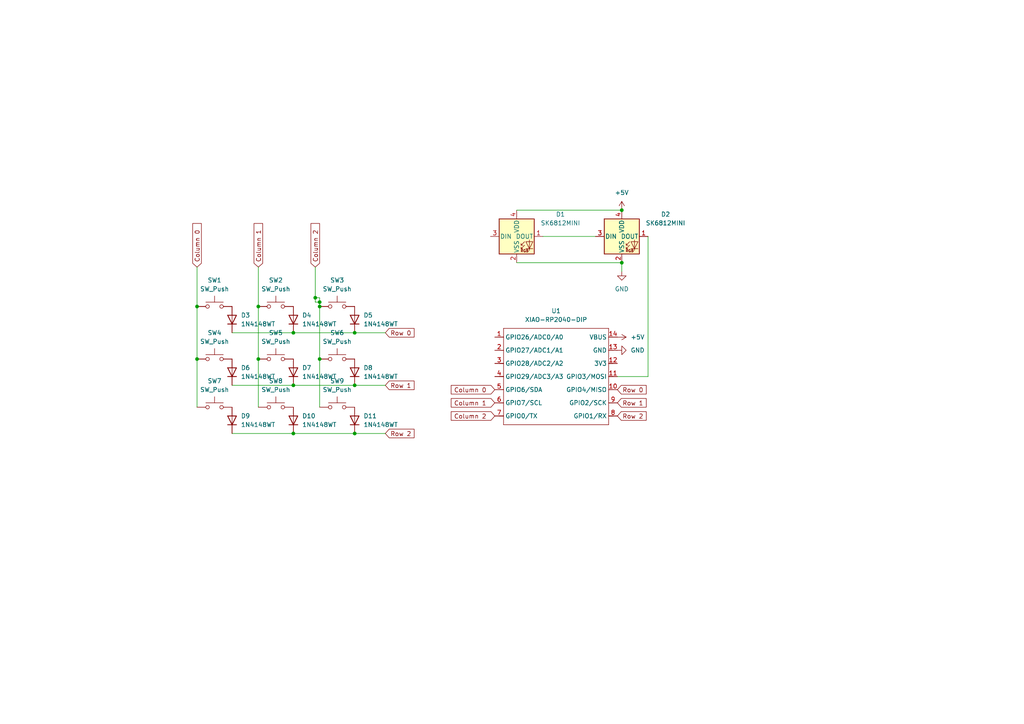
<source format=kicad_sch>
(kicad_sch
	(version 20250114)
	(generator "eeschema")
	(generator_version "9.0")
	(uuid "0bbcead3-d62f-496b-abac-cd2242d855fd")
	(paper "A4")
	(lib_symbols
		(symbol "Diode:1N4148WT"
			(pin_numbers
				(hide yes)
			)
			(pin_names
				(hide yes)
			)
			(exclude_from_sim no)
			(in_bom yes)
			(on_board yes)
			(property "Reference" "D"
				(at 0 2.54 0)
				(effects
					(font
						(size 1.27 1.27)
					)
				)
			)
			(property "Value" "1N4148WT"
				(at 0 -2.54 0)
				(effects
					(font
						(size 1.27 1.27)
					)
				)
			)
			(property "Footprint" "Diode_SMD:D_SOD-523"
				(at 0 -4.445 0)
				(effects
					(font
						(size 1.27 1.27)
					)
					(hide yes)
				)
			)
			(property "Datasheet" "https://www.diodes.com/assets/Datasheets/ds30396.pdf"
				(at 0 0 0)
				(effects
					(font
						(size 1.27 1.27)
					)
					(hide yes)
				)
			)
			(property "Description" "75V 0.15A Fast switching Diode, SOD-523"
				(at 0 0 0)
				(effects
					(font
						(size 1.27 1.27)
					)
					(hide yes)
				)
			)
			(property "Sim.Device" "D"
				(at 0 0 0)
				(effects
					(font
						(size 1.27 1.27)
					)
					(hide yes)
				)
			)
			(property "Sim.Pins" "1=K 2=A"
				(at 0 0 0)
				(effects
					(font
						(size 1.27 1.27)
					)
					(hide yes)
				)
			)
			(property "ki_keywords" "diode"
				(at 0 0 0)
				(effects
					(font
						(size 1.27 1.27)
					)
					(hide yes)
				)
			)
			(property "ki_fp_filters" "D*SOD?523*"
				(at 0 0 0)
				(effects
					(font
						(size 1.27 1.27)
					)
					(hide yes)
				)
			)
			(symbol "1N4148WT_0_1"
				(polyline
					(pts
						(xy -1.27 1.27) (xy -1.27 -1.27)
					)
					(stroke
						(width 0.254)
						(type default)
					)
					(fill
						(type none)
					)
				)
				(polyline
					(pts
						(xy 1.27 1.27) (xy 1.27 -1.27) (xy -1.27 0) (xy 1.27 1.27)
					)
					(stroke
						(width 0.254)
						(type default)
					)
					(fill
						(type none)
					)
				)
				(polyline
					(pts
						(xy 1.27 0) (xy -1.27 0)
					)
					(stroke
						(width 0)
						(type default)
					)
					(fill
						(type none)
					)
				)
			)
			(symbol "1N4148WT_1_1"
				(pin passive line
					(at -3.81 0 0)
					(length 2.54)
					(name "K"
						(effects
							(font
								(size 1.27 1.27)
							)
						)
					)
					(number "1"
						(effects
							(font
								(size 1.27 1.27)
							)
						)
					)
				)
				(pin passive line
					(at 3.81 0 180)
					(length 2.54)
					(name "A"
						(effects
							(font
								(size 1.27 1.27)
							)
						)
					)
					(number "2"
						(effects
							(font
								(size 1.27 1.27)
							)
						)
					)
				)
			)
			(embedded_fonts no)
		)
		(symbol "LED:SK6812MINI"
			(pin_names
				(offset 0.254)
			)
			(exclude_from_sim no)
			(in_bom yes)
			(on_board yes)
			(property "Reference" "D"
				(at 5.08 5.715 0)
				(effects
					(font
						(size 1.27 1.27)
					)
					(justify right bottom)
				)
			)
			(property "Value" "SK6812MINI"
				(at 1.27 -5.715 0)
				(effects
					(font
						(size 1.27 1.27)
					)
					(justify left top)
				)
			)
			(property "Footprint" "LED_SMD:LED_SK6812MINI_PLCC4_3.5x3.5mm_P1.75mm"
				(at 1.27 -7.62 0)
				(effects
					(font
						(size 1.27 1.27)
					)
					(justify left top)
					(hide yes)
				)
			)
			(property "Datasheet" "https://cdn-shop.adafruit.com/product-files/2686/SK6812MINI_REV.01-1-2.pdf"
				(at 2.54 -9.525 0)
				(effects
					(font
						(size 1.27 1.27)
					)
					(justify left top)
					(hide yes)
				)
			)
			(property "Description" "RGB LED with integrated controller"
				(at 0 0 0)
				(effects
					(font
						(size 1.27 1.27)
					)
					(hide yes)
				)
			)
			(property "ki_keywords" "RGB LED NeoPixel Mini addressable"
				(at 0 0 0)
				(effects
					(font
						(size 1.27 1.27)
					)
					(hide yes)
				)
			)
			(property "ki_fp_filters" "LED*SK6812MINI*PLCC*3.5x3.5mm*P1.75mm*"
				(at 0 0 0)
				(effects
					(font
						(size 1.27 1.27)
					)
					(hide yes)
				)
			)
			(symbol "SK6812MINI_0_0"
				(text "RGB"
					(at 2.286 -4.191 0)
					(effects
						(font
							(size 0.762 0.762)
						)
					)
				)
			)
			(symbol "SK6812MINI_0_1"
				(polyline
					(pts
						(xy 1.27 -2.54) (xy 1.778 -2.54)
					)
					(stroke
						(width 0)
						(type default)
					)
					(fill
						(type none)
					)
				)
				(polyline
					(pts
						(xy 1.27 -3.556) (xy 1.778 -3.556)
					)
					(stroke
						(width 0)
						(type default)
					)
					(fill
						(type none)
					)
				)
				(polyline
					(pts
						(xy 2.286 -1.524) (xy 1.27 -2.54) (xy 1.27 -2.032)
					)
					(stroke
						(width 0)
						(type default)
					)
					(fill
						(type none)
					)
				)
				(polyline
					(pts
						(xy 2.286 -2.54) (xy 1.27 -3.556) (xy 1.27 -3.048)
					)
					(stroke
						(width 0)
						(type default)
					)
					(fill
						(type none)
					)
				)
				(polyline
					(pts
						(xy 3.683 -1.016) (xy 3.683 -3.556) (xy 3.683 -4.064)
					)
					(stroke
						(width 0)
						(type default)
					)
					(fill
						(type none)
					)
				)
				(polyline
					(pts
						(xy 4.699 -1.524) (xy 2.667 -1.524) (xy 3.683 -3.556) (xy 4.699 -1.524)
					)
					(stroke
						(width 0)
						(type default)
					)
					(fill
						(type none)
					)
				)
				(polyline
					(pts
						(xy 4.699 -3.556) (xy 2.667 -3.556)
					)
					(stroke
						(width 0)
						(type default)
					)
					(fill
						(type none)
					)
				)
				(rectangle
					(start 5.08 5.08)
					(end -5.08 -5.08)
					(stroke
						(width 0.254)
						(type default)
					)
					(fill
						(type background)
					)
				)
			)
			(symbol "SK6812MINI_1_1"
				(pin input line
					(at -7.62 0 0)
					(length 2.54)
					(name "DIN"
						(effects
							(font
								(size 1.27 1.27)
							)
						)
					)
					(number "3"
						(effects
							(font
								(size 1.27 1.27)
							)
						)
					)
				)
				(pin power_in line
					(at 0 7.62 270)
					(length 2.54)
					(name "VDD"
						(effects
							(font
								(size 1.27 1.27)
							)
						)
					)
					(number "4"
						(effects
							(font
								(size 1.27 1.27)
							)
						)
					)
				)
				(pin power_in line
					(at 0 -7.62 90)
					(length 2.54)
					(name "VSS"
						(effects
							(font
								(size 1.27 1.27)
							)
						)
					)
					(number "2"
						(effects
							(font
								(size 1.27 1.27)
							)
						)
					)
				)
				(pin output line
					(at 7.62 0 180)
					(length 2.54)
					(name "DOUT"
						(effects
							(font
								(size 1.27 1.27)
							)
						)
					)
					(number "1"
						(effects
							(font
								(size 1.27 1.27)
							)
						)
					)
				)
			)
			(embedded_fonts no)
		)
		(symbol "Seeed_Studio_XIAO_Series:XIAO-RP2040-DIP"
			(exclude_from_sim no)
			(in_bom yes)
			(on_board yes)
			(property "Reference" "U"
				(at 0 0 0)
				(effects
					(font
						(size 1.27 1.27)
					)
				)
			)
			(property "Value" "XIAO-RP2040-DIP"
				(at 5.334 -1.778 0)
				(effects
					(font
						(size 1.27 1.27)
					)
				)
			)
			(property "Footprint" "Module:MOUDLE14P-XIAO-DIP-SMD"
				(at 14.478 -32.258 0)
				(effects
					(font
						(size 1.27 1.27)
					)
					(hide yes)
				)
			)
			(property "Datasheet" ""
				(at 0 0 0)
				(effects
					(font
						(size 1.27 1.27)
					)
					(hide yes)
				)
			)
			(property "Description" ""
				(at 0 0 0)
				(effects
					(font
						(size 1.27 1.27)
					)
					(hide yes)
				)
			)
			(symbol "XIAO-RP2040-DIP_1_0"
				(polyline
					(pts
						(xy -1.27 -2.54) (xy 29.21 -2.54)
					)
					(stroke
						(width 0.1524)
						(type solid)
					)
					(fill
						(type none)
					)
				)
				(polyline
					(pts
						(xy -1.27 -5.08) (xy -2.54 -5.08)
					)
					(stroke
						(width 0.1524)
						(type solid)
					)
					(fill
						(type none)
					)
				)
				(polyline
					(pts
						(xy -1.27 -5.08) (xy -1.27 -2.54)
					)
					(stroke
						(width 0.1524)
						(type solid)
					)
					(fill
						(type none)
					)
				)
				(polyline
					(pts
						(xy -1.27 -8.89) (xy -2.54 -8.89)
					)
					(stroke
						(width 0.1524)
						(type solid)
					)
					(fill
						(type none)
					)
				)
				(polyline
					(pts
						(xy -1.27 -8.89) (xy -1.27 -5.08)
					)
					(stroke
						(width 0.1524)
						(type solid)
					)
					(fill
						(type none)
					)
				)
				(polyline
					(pts
						(xy -1.27 -12.7) (xy -2.54 -12.7)
					)
					(stroke
						(width 0.1524)
						(type solid)
					)
					(fill
						(type none)
					)
				)
				(polyline
					(pts
						(xy -1.27 -12.7) (xy -1.27 -8.89)
					)
					(stroke
						(width 0.1524)
						(type solid)
					)
					(fill
						(type none)
					)
				)
				(polyline
					(pts
						(xy -1.27 -16.51) (xy -2.54 -16.51)
					)
					(stroke
						(width 0.1524)
						(type solid)
					)
					(fill
						(type none)
					)
				)
				(polyline
					(pts
						(xy -1.27 -16.51) (xy -1.27 -12.7)
					)
					(stroke
						(width 0.1524)
						(type solid)
					)
					(fill
						(type none)
					)
				)
				(polyline
					(pts
						(xy -1.27 -20.32) (xy -2.54 -20.32)
					)
					(stroke
						(width 0.1524)
						(type solid)
					)
					(fill
						(type none)
					)
				)
				(polyline
					(pts
						(xy -1.27 -24.13) (xy -2.54 -24.13)
					)
					(stroke
						(width 0.1524)
						(type solid)
					)
					(fill
						(type none)
					)
				)
				(polyline
					(pts
						(xy -1.27 -27.94) (xy -2.54 -27.94)
					)
					(stroke
						(width 0.1524)
						(type solid)
					)
					(fill
						(type none)
					)
				)
				(polyline
					(pts
						(xy -1.27 -30.48) (xy -1.27 -16.51)
					)
					(stroke
						(width 0.1524)
						(type solid)
					)
					(fill
						(type none)
					)
				)
				(polyline
					(pts
						(xy 29.21 -2.54) (xy 29.21 -5.08)
					)
					(stroke
						(width 0.1524)
						(type solid)
					)
					(fill
						(type none)
					)
				)
				(polyline
					(pts
						(xy 29.21 -5.08) (xy 29.21 -8.89)
					)
					(stroke
						(width 0.1524)
						(type solid)
					)
					(fill
						(type none)
					)
				)
				(polyline
					(pts
						(xy 29.21 -8.89) (xy 29.21 -12.7)
					)
					(stroke
						(width 0.1524)
						(type solid)
					)
					(fill
						(type none)
					)
				)
				(polyline
					(pts
						(xy 29.21 -12.7) (xy 29.21 -30.48)
					)
					(stroke
						(width 0.1524)
						(type solid)
					)
					(fill
						(type none)
					)
				)
				(polyline
					(pts
						(xy 29.21 -30.48) (xy -1.27 -30.48)
					)
					(stroke
						(width 0.1524)
						(type solid)
					)
					(fill
						(type none)
					)
				)
				(polyline
					(pts
						(xy 30.48 -5.08) (xy 29.21 -5.08)
					)
					(stroke
						(width 0.1524)
						(type solid)
					)
					(fill
						(type none)
					)
				)
				(polyline
					(pts
						(xy 30.48 -8.89) (xy 29.21 -8.89)
					)
					(stroke
						(width 0.1524)
						(type solid)
					)
					(fill
						(type none)
					)
				)
				(polyline
					(pts
						(xy 30.48 -12.7) (xy 29.21 -12.7)
					)
					(stroke
						(width 0.1524)
						(type solid)
					)
					(fill
						(type none)
					)
				)
				(polyline
					(pts
						(xy 30.48 -16.51) (xy 29.21 -16.51)
					)
					(stroke
						(width 0.1524)
						(type solid)
					)
					(fill
						(type none)
					)
				)
				(polyline
					(pts
						(xy 30.48 -20.32) (xy 29.21 -20.32)
					)
					(stroke
						(width 0.1524)
						(type solid)
					)
					(fill
						(type none)
					)
				)
				(polyline
					(pts
						(xy 30.48 -24.13) (xy 29.21 -24.13)
					)
					(stroke
						(width 0.1524)
						(type solid)
					)
					(fill
						(type none)
					)
				)
				(polyline
					(pts
						(xy 30.48 -27.94) (xy 29.21 -27.94)
					)
					(stroke
						(width 0.1524)
						(type solid)
					)
					(fill
						(type none)
					)
				)
				(pin passive line
					(at -3.81 -5.08 0)
					(length 2.54)
					(name "GPIO26/ADC0/A0"
						(effects
							(font
								(size 1.27 1.27)
							)
						)
					)
					(number "1"
						(effects
							(font
								(size 1.27 1.27)
							)
						)
					)
				)
				(pin passive line
					(at -3.81 -8.89 0)
					(length 2.54)
					(name "GPIO27/ADC1/A1"
						(effects
							(font
								(size 1.27 1.27)
							)
						)
					)
					(number "2"
						(effects
							(font
								(size 1.27 1.27)
							)
						)
					)
				)
				(pin passive line
					(at -3.81 -12.7 0)
					(length 2.54)
					(name "GPIO28/ADC2/A2"
						(effects
							(font
								(size 1.27 1.27)
							)
						)
					)
					(number "3"
						(effects
							(font
								(size 1.27 1.27)
							)
						)
					)
				)
				(pin passive line
					(at -3.81 -16.51 0)
					(length 2.54)
					(name "GPIO29/ADC3/A3"
						(effects
							(font
								(size 1.27 1.27)
							)
						)
					)
					(number "4"
						(effects
							(font
								(size 1.27 1.27)
							)
						)
					)
				)
				(pin passive line
					(at -3.81 -20.32 0)
					(length 2.54)
					(name "GPIO6/SDA"
						(effects
							(font
								(size 1.27 1.27)
							)
						)
					)
					(number "5"
						(effects
							(font
								(size 1.27 1.27)
							)
						)
					)
				)
				(pin passive line
					(at -3.81 -24.13 0)
					(length 2.54)
					(name "GPIO7/SCL"
						(effects
							(font
								(size 1.27 1.27)
							)
						)
					)
					(number "6"
						(effects
							(font
								(size 1.27 1.27)
							)
						)
					)
				)
				(pin passive line
					(at -3.81 -27.94 0)
					(length 2.54)
					(name "GPIO0/TX"
						(effects
							(font
								(size 1.27 1.27)
							)
						)
					)
					(number "7"
						(effects
							(font
								(size 1.27 1.27)
							)
						)
					)
				)
				(pin passive line
					(at 31.75 -5.08 180)
					(length 2.54)
					(name "VBUS"
						(effects
							(font
								(size 1.27 1.27)
							)
						)
					)
					(number "14"
						(effects
							(font
								(size 1.27 1.27)
							)
						)
					)
				)
				(pin passive line
					(at 31.75 -8.89 180)
					(length 2.54)
					(name "GND"
						(effects
							(font
								(size 1.27 1.27)
							)
						)
					)
					(number "13"
						(effects
							(font
								(size 1.27 1.27)
							)
						)
					)
				)
				(pin passive line
					(at 31.75 -12.7 180)
					(length 2.54)
					(name "3V3"
						(effects
							(font
								(size 1.27 1.27)
							)
						)
					)
					(number "12"
						(effects
							(font
								(size 1.27 1.27)
							)
						)
					)
				)
				(pin passive line
					(at 31.75 -16.51 180)
					(length 2.54)
					(name "GPIO3/MOSI"
						(effects
							(font
								(size 1.27 1.27)
							)
						)
					)
					(number "11"
						(effects
							(font
								(size 1.27 1.27)
							)
						)
					)
				)
				(pin passive line
					(at 31.75 -20.32 180)
					(length 2.54)
					(name "GPIO4/MISO"
						(effects
							(font
								(size 1.27 1.27)
							)
						)
					)
					(number "10"
						(effects
							(font
								(size 1.27 1.27)
							)
						)
					)
				)
				(pin passive line
					(at 31.75 -24.13 180)
					(length 2.54)
					(name "GPIO2/SCK"
						(effects
							(font
								(size 1.27 1.27)
							)
						)
					)
					(number "9"
						(effects
							(font
								(size 1.27 1.27)
							)
						)
					)
				)
				(pin passive line
					(at 31.75 -27.94 180)
					(length 2.54)
					(name "GPIO1/RX"
						(effects
							(font
								(size 1.27 1.27)
							)
						)
					)
					(number "8"
						(effects
							(font
								(size 1.27 1.27)
							)
						)
					)
				)
			)
			(embedded_fonts no)
		)
		(symbol "Switch:SW_Push"
			(pin_numbers
				(hide yes)
			)
			(pin_names
				(offset 1.016)
				(hide yes)
			)
			(exclude_from_sim no)
			(in_bom yes)
			(on_board yes)
			(property "Reference" "SW"
				(at 1.27 2.54 0)
				(effects
					(font
						(size 1.27 1.27)
					)
					(justify left)
				)
			)
			(property "Value" "SW_Push"
				(at 0 -1.524 0)
				(effects
					(font
						(size 1.27 1.27)
					)
				)
			)
			(property "Footprint" ""
				(at 0 5.08 0)
				(effects
					(font
						(size 1.27 1.27)
					)
					(hide yes)
				)
			)
			(property "Datasheet" "~"
				(at 0 5.08 0)
				(effects
					(font
						(size 1.27 1.27)
					)
					(hide yes)
				)
			)
			(property "Description" "Push button switch, generic, two pins"
				(at 0 0 0)
				(effects
					(font
						(size 1.27 1.27)
					)
					(hide yes)
				)
			)
			(property "ki_keywords" "switch normally-open pushbutton push-button"
				(at 0 0 0)
				(effects
					(font
						(size 1.27 1.27)
					)
					(hide yes)
				)
			)
			(symbol "SW_Push_0_1"
				(circle
					(center -2.032 0)
					(radius 0.508)
					(stroke
						(width 0)
						(type default)
					)
					(fill
						(type none)
					)
				)
				(polyline
					(pts
						(xy 0 1.27) (xy 0 3.048)
					)
					(stroke
						(width 0)
						(type default)
					)
					(fill
						(type none)
					)
				)
				(circle
					(center 2.032 0)
					(radius 0.508)
					(stroke
						(width 0)
						(type default)
					)
					(fill
						(type none)
					)
				)
				(polyline
					(pts
						(xy 2.54 1.27) (xy -2.54 1.27)
					)
					(stroke
						(width 0)
						(type default)
					)
					(fill
						(type none)
					)
				)
				(pin passive line
					(at -5.08 0 0)
					(length 2.54)
					(name "1"
						(effects
							(font
								(size 1.27 1.27)
							)
						)
					)
					(number "1"
						(effects
							(font
								(size 1.27 1.27)
							)
						)
					)
				)
				(pin passive line
					(at 5.08 0 180)
					(length 2.54)
					(name "2"
						(effects
							(font
								(size 1.27 1.27)
							)
						)
					)
					(number "2"
						(effects
							(font
								(size 1.27 1.27)
							)
						)
					)
				)
			)
			(embedded_fonts no)
		)
		(symbol "power:+5V"
			(power)
			(pin_numbers
				(hide yes)
			)
			(pin_names
				(offset 0)
				(hide yes)
			)
			(exclude_from_sim no)
			(in_bom yes)
			(on_board yes)
			(property "Reference" "#PWR"
				(at 0 -3.81 0)
				(effects
					(font
						(size 1.27 1.27)
					)
					(hide yes)
				)
			)
			(property "Value" "+5V"
				(at 0 3.556 0)
				(effects
					(font
						(size 1.27 1.27)
					)
				)
			)
			(property "Footprint" ""
				(at 0 0 0)
				(effects
					(font
						(size 1.27 1.27)
					)
					(hide yes)
				)
			)
			(property "Datasheet" ""
				(at 0 0 0)
				(effects
					(font
						(size 1.27 1.27)
					)
					(hide yes)
				)
			)
			(property "Description" "Power symbol creates a global label with name \"+5V\""
				(at 0 0 0)
				(effects
					(font
						(size 1.27 1.27)
					)
					(hide yes)
				)
			)
			(property "ki_keywords" "global power"
				(at 0 0 0)
				(effects
					(font
						(size 1.27 1.27)
					)
					(hide yes)
				)
			)
			(symbol "+5V_0_1"
				(polyline
					(pts
						(xy -0.762 1.27) (xy 0 2.54)
					)
					(stroke
						(width 0)
						(type default)
					)
					(fill
						(type none)
					)
				)
				(polyline
					(pts
						(xy 0 2.54) (xy 0.762 1.27)
					)
					(stroke
						(width 0)
						(type default)
					)
					(fill
						(type none)
					)
				)
				(polyline
					(pts
						(xy 0 0) (xy 0 2.54)
					)
					(stroke
						(width 0)
						(type default)
					)
					(fill
						(type none)
					)
				)
			)
			(symbol "+5V_1_1"
				(pin power_in line
					(at 0 0 90)
					(length 0)
					(name "~"
						(effects
							(font
								(size 1.27 1.27)
							)
						)
					)
					(number "1"
						(effects
							(font
								(size 1.27 1.27)
							)
						)
					)
				)
			)
			(embedded_fonts no)
		)
		(symbol "power:GND"
			(power)
			(pin_numbers
				(hide yes)
			)
			(pin_names
				(offset 0)
				(hide yes)
			)
			(exclude_from_sim no)
			(in_bom yes)
			(on_board yes)
			(property "Reference" "#PWR"
				(at 0 -6.35 0)
				(effects
					(font
						(size 1.27 1.27)
					)
					(hide yes)
				)
			)
			(property "Value" "GND"
				(at 0 -3.81 0)
				(effects
					(font
						(size 1.27 1.27)
					)
				)
			)
			(property "Footprint" ""
				(at 0 0 0)
				(effects
					(font
						(size 1.27 1.27)
					)
					(hide yes)
				)
			)
			(property "Datasheet" ""
				(at 0 0 0)
				(effects
					(font
						(size 1.27 1.27)
					)
					(hide yes)
				)
			)
			(property "Description" "Power symbol creates a global label with name \"GND\" , ground"
				(at 0 0 0)
				(effects
					(font
						(size 1.27 1.27)
					)
					(hide yes)
				)
			)
			(property "ki_keywords" "global power"
				(at 0 0 0)
				(effects
					(font
						(size 1.27 1.27)
					)
					(hide yes)
				)
			)
			(symbol "GND_0_1"
				(polyline
					(pts
						(xy 0 0) (xy 0 -1.27) (xy 1.27 -1.27) (xy 0 -2.54) (xy -1.27 -1.27) (xy 0 -1.27)
					)
					(stroke
						(width 0)
						(type default)
					)
					(fill
						(type none)
					)
				)
			)
			(symbol "GND_1_1"
				(pin power_in line
					(at 0 0 270)
					(length 0)
					(name "~"
						(effects
							(font
								(size 1.27 1.27)
							)
						)
					)
					(number "1"
						(effects
							(font
								(size 1.27 1.27)
							)
						)
					)
				)
			)
			(embedded_fonts no)
		)
	)
	(junction
		(at 102.87 111.76)
		(diameter 0)
		(color 0 0 0 0)
		(uuid "0148b9d1-a4fb-420c-b6d0-5c4efcb9015f")
	)
	(junction
		(at 85.09 111.76)
		(diameter 0)
		(color 0 0 0 0)
		(uuid "25ab24bf-b7a0-4d18-90a6-b7ba64a7c23c")
	)
	(junction
		(at 92.71 104.14)
		(diameter 0)
		(color 0 0 0 0)
		(uuid "4d615754-f580-46c0-8ede-9d06681d255c")
	)
	(junction
		(at 74.93 104.14)
		(diameter 0)
		(color 0 0 0 0)
		(uuid "55743802-db41-4005-81aa-986db5bf3207")
	)
	(junction
		(at 57.15 104.14)
		(diameter 0)
		(color 0 0 0 0)
		(uuid "594fec3f-1461-4649-a1eb-958b3eb09464")
	)
	(junction
		(at 180.34 60.96)
		(diameter 0)
		(color 0 0 0 0)
		(uuid "80837c6b-4eb3-47d6-aced-c31b91880c29")
	)
	(junction
		(at 74.93 88.9)
		(diameter 0)
		(color 0 0 0 0)
		(uuid "8aeba2d6-6699-4e1e-9ff5-1e04a1a48e74")
	)
	(junction
		(at 92.71 88.9)
		(diameter 0)
		(color 0 0 0 0)
		(uuid "9c06e9a4-ec6b-46a7-be4f-741c0d44b6a3")
	)
	(junction
		(at 180.34 76.2)
		(diameter 0)
		(color 0 0 0 0)
		(uuid "9f6245b4-db0f-482c-a2b6-7653a511c1b8")
	)
	(junction
		(at 57.15 88.9)
		(diameter 0)
		(color 0 0 0 0)
		(uuid "af132f4f-9030-4b18-8f4f-12426b115ecf")
	)
	(junction
		(at 102.87 125.73)
		(diameter 0)
		(color 0 0 0 0)
		(uuid "b0f58d73-04b4-414c-b886-e96b890a89ab")
	)
	(junction
		(at 85.09 96.52)
		(diameter 0)
		(color 0 0 0 0)
		(uuid "be612727-dff9-4e12-8169-3aa6c1b34657")
	)
	(junction
		(at 85.09 125.73)
		(diameter 0)
		(color 0 0 0 0)
		(uuid "c02cd719-9df6-41f7-9ce1-7b8c0a8e9176")
	)
	(junction
		(at 102.87 96.52)
		(diameter 0)
		(color 0 0 0 0)
		(uuid "e0f9c2a4-f593-4847-9063-8fb405a9292d")
	)
	(junction
		(at 92.71 87.63)
		(diameter 0)
		(color 0 0 0 0)
		(uuid "f4e66061-5029-4f36-a226-0f933b2035c1")
	)
	(junction
		(at 91.44 86.36)
		(diameter 0)
		(color 0 0 0 0)
		(uuid "f8ed9418-d01d-41f0-8377-3d5ba7d5253c")
	)
	(wire
		(pts
			(xy 57.15 104.14) (xy 57.15 118.11)
		)
		(stroke
			(width 0)
			(type default)
		)
		(uuid "00de69e2-26ad-4363-b87a-ef8867368ea7")
	)
	(wire
		(pts
			(xy 111.76 111.76) (xy 102.87 111.76)
		)
		(stroke
			(width 0)
			(type default)
		)
		(uuid "07798eff-8c07-435d-932b-228456003105")
	)
	(wire
		(pts
			(xy 92.71 104.14) (xy 92.71 118.11)
		)
		(stroke
			(width 0)
			(type default)
		)
		(uuid "262aa420-e030-4931-a9c8-79227029a65a")
	)
	(wire
		(pts
			(xy 74.93 104.14) (xy 74.93 118.11)
		)
		(stroke
			(width 0)
			(type default)
		)
		(uuid "29637df1-ba2b-410c-bfe6-088b0726153c")
	)
	(wire
		(pts
			(xy 67.31 96.52) (xy 85.09 96.52)
		)
		(stroke
			(width 0)
			(type default)
		)
		(uuid "2bde732f-516b-413c-b697-2e789008cc16")
	)
	(wire
		(pts
			(xy 187.96 68.58) (xy 187.96 109.22)
		)
		(stroke
			(width 0)
			(type default)
		)
		(uuid "305ee88d-fe9d-4604-baa9-c6d8c123a8e9")
	)
	(wire
		(pts
			(xy 85.09 125.73) (xy 102.87 125.73)
		)
		(stroke
			(width 0)
			(type default)
		)
		(uuid "3145202c-69fb-4357-9394-bb766487a058")
	)
	(wire
		(pts
			(xy 111.76 125.73) (xy 102.87 125.73)
		)
		(stroke
			(width 0)
			(type default)
		)
		(uuid "35ce8e22-87c3-42e4-9e09-76689782d733")
	)
	(wire
		(pts
			(xy 149.86 60.96) (xy 180.34 60.96)
		)
		(stroke
			(width 0)
			(type default)
		)
		(uuid "3e1b60e4-9777-4748-aaeb-9d0f0b8bb98c")
	)
	(wire
		(pts
			(xy 67.31 111.76) (xy 85.09 111.76)
		)
		(stroke
			(width 0)
			(type default)
		)
		(uuid "4a53db2e-e7bf-4c37-a7d9-4637e7158708")
	)
	(wire
		(pts
			(xy 67.31 125.73) (xy 85.09 125.73)
		)
		(stroke
			(width 0)
			(type default)
		)
		(uuid "577598f4-4328-421b-966e-af0e1fd798fb")
	)
	(wire
		(pts
			(xy 92.71 87.63) (xy 92.71 88.9)
		)
		(stroke
			(width 0)
			(type default)
		)
		(uuid "59efdfe0-807e-4c29-9399-7687164469ce")
	)
	(wire
		(pts
			(xy 111.76 96.52) (xy 102.87 96.52)
		)
		(stroke
			(width 0)
			(type default)
		)
		(uuid "5b8d0d40-3d23-4c76-b689-d1a4426a0639")
	)
	(wire
		(pts
			(xy 74.93 88.9) (xy 74.93 104.14)
		)
		(stroke
			(width 0)
			(type default)
		)
		(uuid "66d7db47-01f2-48d0-a3e9-43eb682fe48d")
	)
	(wire
		(pts
			(xy 85.09 111.76) (xy 102.87 111.76)
		)
		(stroke
			(width 0)
			(type default)
		)
		(uuid "74acd48b-1ded-45d7-948f-90b0944302d6")
	)
	(wire
		(pts
			(xy 57.15 77.47) (xy 57.15 88.9)
		)
		(stroke
			(width 0)
			(type default)
		)
		(uuid "97de22a1-d852-4b11-b8c5-84538863a622")
	)
	(wire
		(pts
			(xy 180.34 78.74) (xy 180.34 76.2)
		)
		(stroke
			(width 0)
			(type default)
		)
		(uuid "99a043f2-31c1-42ff-b092-04c8581b23d3")
	)
	(wire
		(pts
			(xy 92.71 88.9) (xy 92.71 104.14)
		)
		(stroke
			(width 0)
			(type default)
		)
		(uuid "9d0146ef-6244-428a-9cc6-c95e14389fa7")
	)
	(wire
		(pts
			(xy 157.48 68.58) (xy 172.72 68.58)
		)
		(stroke
			(width 0)
			(type default)
		)
		(uuid "a150ad56-33b0-413f-b120-389884f2a512")
	)
	(wire
		(pts
			(xy 91.44 77.47) (xy 91.44 86.36)
		)
		(stroke
			(width 0)
			(type default)
		)
		(uuid "a468a3b8-82f2-4bc8-a8c4-1c6dc06b6c01")
	)
	(wire
		(pts
			(xy 149.86 76.2) (xy 180.34 76.2)
		)
		(stroke
			(width 0)
			(type default)
		)
		(uuid "b01da538-82f9-4b97-a967-ad848f079936")
	)
	(wire
		(pts
			(xy 85.09 96.52) (xy 102.87 96.52)
		)
		(stroke
			(width 0)
			(type default)
		)
		(uuid "b769b224-7c39-4dd6-b1dc-6c55d9d9f714")
	)
	(wire
		(pts
			(xy 91.44 86.36) (xy 92.71 86.36)
		)
		(stroke
			(width 0)
			(type default)
		)
		(uuid "b8f14156-b57d-4a98-8ab6-fc198eac548c")
	)
	(wire
		(pts
			(xy 91.44 87.63) (xy 92.71 87.63)
		)
		(stroke
			(width 0)
			(type default)
		)
		(uuid "bac9c690-2225-4e1c-96fb-3e5e770fb250")
	)
	(wire
		(pts
			(xy 92.71 86.36) (xy 92.71 87.63)
		)
		(stroke
			(width 0)
			(type default)
		)
		(uuid "be5084ed-5fe5-488b-88d4-4cf8b2c021f6")
	)
	(wire
		(pts
			(xy 187.96 109.22) (xy 179.07 109.22)
		)
		(stroke
			(width 0)
			(type default)
		)
		(uuid "c780bf1b-172f-4204-92e7-d6dac2906e1b")
	)
	(wire
		(pts
			(xy 91.44 86.36) (xy 91.44 87.63)
		)
		(stroke
			(width 0)
			(type default)
		)
		(uuid "cb1281f3-5fa0-4645-9890-173a4e8fb8af")
	)
	(wire
		(pts
			(xy 57.15 88.9) (xy 57.15 104.14)
		)
		(stroke
			(width 0)
			(type default)
		)
		(uuid "f91659ad-5a4b-4e61-84b7-539a24a00f9c")
	)
	(wire
		(pts
			(xy 74.93 77.47) (xy 74.93 88.9)
		)
		(stroke
			(width 0)
			(type default)
		)
		(uuid "f9696a98-3ad9-4978-b6a0-14e4aab24705")
	)
	(global_label "Column 2 "
		(shape input)
		(at 143.51 120.65 180)
		(fields_autoplaced yes)
		(effects
			(font
				(size 1.27 1.27)
			)
			(justify right)
		)
		(uuid "08ea923c-8780-450f-b0c4-619b03e33750")
		(property "Intersheetrefs" "${INTERSHEET_REFS}"
			(at 130.3046 120.65 0)
			(effects
				(font
					(size 1.27 1.27)
				)
				(justify right)
				(hide yes)
			)
		)
	)
	(global_label "Row 2"
		(shape input)
		(at 179.07 120.65 0)
		(fields_autoplaced yes)
		(effects
			(font
				(size 1.27 1.27)
			)
			(justify left)
		)
		(uuid "1d0a5321-3930-4d49-af64-ad03d93cc63c")
		(property "Intersheetrefs" "${INTERSHEET_REFS}"
			(at 187.9818 120.65 0)
			(effects
				(font
					(size 1.27 1.27)
				)
				(justify left)
				(hide yes)
			)
		)
	)
	(global_label "Row 2"
		(shape input)
		(at 111.76 125.73 0)
		(fields_autoplaced yes)
		(effects
			(font
				(size 1.27 1.27)
			)
			(justify left)
		)
		(uuid "324baea8-3714-44eb-842d-a31077c6b689")
		(property "Intersheetrefs" "${INTERSHEET_REFS}"
			(at 120.6718 125.73 0)
			(effects
				(font
					(size 1.27 1.27)
				)
				(justify left)
				(hide yes)
			)
		)
	)
	(global_label "Column 1 "
		(shape input)
		(at 74.93 77.47 90)
		(fields_autoplaced yes)
		(effects
			(font
				(size 1.27 1.27)
			)
			(justify left)
		)
		(uuid "551feee1-2890-4e9e-b591-b554a354c7b9")
		(property "Intersheetrefs" "${INTERSHEET_REFS}"
			(at 74.93 64.2646 90)
			(effects
				(font
					(size 1.27 1.27)
				)
				(justify left)
				(hide yes)
			)
		)
	)
	(global_label "Row 1"
		(shape input)
		(at 179.07 116.84 0)
		(fields_autoplaced yes)
		(effects
			(font
				(size 1.27 1.27)
			)
			(justify left)
		)
		(uuid "56c9bc31-8a15-4b5c-b45f-7499b3568ad6")
		(property "Intersheetrefs" "${INTERSHEET_REFS}"
			(at 187.9818 116.84 0)
			(effects
				(font
					(size 1.27 1.27)
				)
				(justify left)
				(hide yes)
			)
		)
	)
	(global_label "Row 0"
		(shape input)
		(at 111.76 96.52 0)
		(fields_autoplaced yes)
		(effects
			(font
				(size 1.27 1.27)
			)
			(justify left)
		)
		(uuid "5fef8e47-76b2-43f4-bab8-984603883261")
		(property "Intersheetrefs" "${INTERSHEET_REFS}"
			(at 120.6718 96.52 0)
			(effects
				(font
					(size 1.27 1.27)
				)
				(justify left)
				(hide yes)
			)
		)
	)
	(global_label "Row 0"
		(shape input)
		(at 179.07 113.03 0)
		(fields_autoplaced yes)
		(effects
			(font
				(size 1.27 1.27)
			)
			(justify left)
		)
		(uuid "63a46b27-fa09-4546-a4d9-9f7fe3651af0")
		(property "Intersheetrefs" "${INTERSHEET_REFS}"
			(at 187.9818 113.03 0)
			(effects
				(font
					(size 1.27 1.27)
				)
				(justify left)
				(hide yes)
			)
		)
	)
	(global_label "Column 1 "
		(shape input)
		(at 143.51 116.84 180)
		(fields_autoplaced yes)
		(effects
			(font
				(size 1.27 1.27)
			)
			(justify right)
		)
		(uuid "7ed31ccb-0371-4995-b16d-d0d519ac0672")
		(property "Intersheetrefs" "${INTERSHEET_REFS}"
			(at 130.3046 116.84 0)
			(effects
				(font
					(size 1.27 1.27)
				)
				(justify right)
				(hide yes)
			)
		)
	)
	(global_label "Row 1"
		(shape input)
		(at 111.76 111.76 0)
		(fields_autoplaced yes)
		(effects
			(font
				(size 1.27 1.27)
			)
			(justify left)
		)
		(uuid "90c9768c-0dc3-4b1e-9d0b-42ae4645cb8c")
		(property "Intersheetrefs" "${INTERSHEET_REFS}"
			(at 120.6718 111.76 0)
			(effects
				(font
					(size 1.27 1.27)
				)
				(justify left)
				(hide yes)
			)
		)
	)
	(global_label "Column 2 "
		(shape input)
		(at 91.44 77.47 90)
		(fields_autoplaced yes)
		(effects
			(font
				(size 1.27 1.27)
			)
			(justify left)
		)
		(uuid "9c4130ae-a397-4cf6-8560-32de76900944")
		(property "Intersheetrefs" "${INTERSHEET_REFS}"
			(at 91.44 64.2646 90)
			(effects
				(font
					(size 1.27 1.27)
				)
				(justify left)
				(hide yes)
			)
		)
	)
	(global_label "Column 0 "
		(shape input)
		(at 143.51 113.03 180)
		(fields_autoplaced yes)
		(effects
			(font
				(size 1.27 1.27)
			)
			(justify right)
		)
		(uuid "b0f61cfc-83d4-4aca-a467-c36aabf61cfc")
		(property "Intersheetrefs" "${INTERSHEET_REFS}"
			(at 130.3046 113.03 0)
			(effects
				(font
					(size 1.27 1.27)
				)
				(justify right)
				(hide yes)
			)
		)
	)
	(global_label "Column 0 "
		(shape input)
		(at 57.15 77.47 90)
		(fields_autoplaced yes)
		(effects
			(font
				(size 1.27 1.27)
			)
			(justify left)
		)
		(uuid "f58de97f-dc78-42ed-a480-43b42bd336de")
		(property "Intersheetrefs" "${INTERSHEET_REFS}"
			(at 57.15 64.2646 90)
			(effects
				(font
					(size 1.27 1.27)
				)
				(justify left)
				(hide yes)
			)
		)
	)
	(symbol
		(lib_id "Switch:SW_Push")
		(at 62.23 104.14 0)
		(unit 1)
		(exclude_from_sim no)
		(in_bom yes)
		(on_board yes)
		(dnp no)
		(fields_autoplaced yes)
		(uuid "05441fb1-9d4f-4d52-9e1d-3784842b660c")
		(property "Reference" "SW4"
			(at 62.23 96.52 0)
			(effects
				(font
					(size 1.27 1.27)
				)
			)
		)
		(property "Value" "SW_Push"
			(at 62.23 99.06 0)
			(effects
				(font
					(size 1.27 1.27)
				)
			)
		)
		(property "Footprint" "Button_Switch_Keyboard:SW_Cherry_MX_1.00u_PCB"
			(at 62.23 99.06 0)
			(effects
				(font
					(size 1.27 1.27)
				)
				(hide yes)
			)
		)
		(property "Datasheet" "~"
			(at 62.23 99.06 0)
			(effects
				(font
					(size 1.27 1.27)
				)
				(hide yes)
			)
		)
		(property "Description" "Push button switch, generic, two pins"
			(at 62.23 104.14 0)
			(effects
				(font
					(size 1.27 1.27)
				)
				(hide yes)
			)
		)
		(pin "2"
			(uuid "46b70b40-e182-4d9b-be9a-519a47e073c8")
		)
		(pin "1"
			(uuid "b6b37c40-4d8f-4940-bc5a-70c43e9084a0")
		)
		(instances
			(project "KeyBoard PCB"
				(path "/0bbcead3-d62f-496b-abac-cd2242d855fd"
					(reference "SW4")
					(unit 1)
				)
			)
		)
	)
	(symbol
		(lib_id "Diode:1N4148WT")
		(at 67.31 107.95 90)
		(unit 1)
		(exclude_from_sim no)
		(in_bom yes)
		(on_board yes)
		(dnp no)
		(fields_autoplaced yes)
		(uuid "0d195afb-49df-4169-8129-afe7fd72945e")
		(property "Reference" "D6"
			(at 69.85 106.6799 90)
			(effects
				(font
					(size 1.27 1.27)
				)
				(justify right)
			)
		)
		(property "Value" "1N4148WT"
			(at 69.85 109.2199 90)
			(effects
				(font
					(size 1.27 1.27)
				)
				(justify right)
			)
		)
		(property "Footprint" "Diode_THT:D_DO-35_SOD27_P7.62mm_Horizontal"
			(at 71.755 107.95 0)
			(effects
				(font
					(size 1.27 1.27)
				)
				(hide yes)
			)
		)
		(property "Datasheet" "https://www.diodes.com/assets/Datasheets/ds30396.pdf"
			(at 67.31 107.95 0)
			(effects
				(font
					(size 1.27 1.27)
				)
				(hide yes)
			)
		)
		(property "Description" "75V 0.15A Fast switching Diode, SOD-523"
			(at 67.31 107.95 0)
			(effects
				(font
					(size 1.27 1.27)
				)
				(hide yes)
			)
		)
		(property "Sim.Device" "D"
			(at 67.31 107.95 0)
			(effects
				(font
					(size 1.27 1.27)
				)
				(hide yes)
			)
		)
		(property "Sim.Pins" "1=K 2=A"
			(at 67.31 107.95 0)
			(effects
				(font
					(size 1.27 1.27)
				)
				(hide yes)
			)
		)
		(pin "2"
			(uuid "b576338e-e487-4f14-894c-1e3e739f8e2a")
		)
		(pin "1"
			(uuid "a9dfee4c-0cc0-4524-9bb9-30ef1c611703")
		)
		(instances
			(project "KeyBoard PCB"
				(path "/0bbcead3-d62f-496b-abac-cd2242d855fd"
					(reference "D6")
					(unit 1)
				)
			)
		)
	)
	(symbol
		(lib_id "Diode:1N4148WT")
		(at 102.87 92.71 90)
		(unit 1)
		(exclude_from_sim no)
		(in_bom yes)
		(on_board yes)
		(dnp no)
		(fields_autoplaced yes)
		(uuid "11a7e588-6cee-472c-ae16-a3b73e0116d6")
		(property "Reference" "D5"
			(at 105.41 91.4399 90)
			(effects
				(font
					(size 1.27 1.27)
				)
				(justify right)
			)
		)
		(property "Value" "1N4148WT"
			(at 105.41 93.9799 90)
			(effects
				(font
					(size 1.27 1.27)
				)
				(justify right)
			)
		)
		(property "Footprint" "Diode_THT:D_DO-35_SOD27_P7.62mm_Horizontal"
			(at 107.315 92.71 0)
			(effects
				(font
					(size 1.27 1.27)
				)
				(hide yes)
			)
		)
		(property "Datasheet" "https://www.diodes.com/assets/Datasheets/ds30396.pdf"
			(at 102.87 92.71 0)
			(effects
				(font
					(size 1.27 1.27)
				)
				(hide yes)
			)
		)
		(property "Description" "75V 0.15A Fast switching Diode, SOD-523"
			(at 102.87 92.71 0)
			(effects
				(font
					(size 1.27 1.27)
				)
				(hide yes)
			)
		)
		(property "Sim.Device" "D"
			(at 102.87 92.71 0)
			(effects
				(font
					(size 1.27 1.27)
				)
				(hide yes)
			)
		)
		(property "Sim.Pins" "1=K 2=A"
			(at 102.87 92.71 0)
			(effects
				(font
					(size 1.27 1.27)
				)
				(hide yes)
			)
		)
		(pin "2"
			(uuid "83369f25-a4d9-4397-81cc-e1cfc4316255")
		)
		(pin "1"
			(uuid "8f33e001-4058-456c-b582-e6f3e2e84238")
		)
		(instances
			(project "KeyBoard PCB"
				(path "/0bbcead3-d62f-496b-abac-cd2242d855fd"
					(reference "D5")
					(unit 1)
				)
			)
		)
	)
	(symbol
		(lib_id "Switch:SW_Push")
		(at 97.79 118.11 0)
		(unit 1)
		(exclude_from_sim no)
		(in_bom yes)
		(on_board yes)
		(dnp no)
		(fields_autoplaced yes)
		(uuid "16eb8c5b-46a6-413a-b42e-1c439f9453d5")
		(property "Reference" "SW9"
			(at 97.79 110.49 0)
			(effects
				(font
					(size 1.27 1.27)
				)
			)
		)
		(property "Value" "SW_Push"
			(at 97.79 113.03 0)
			(effects
				(font
					(size 1.27 1.27)
				)
			)
		)
		(property "Footprint" "Button_Switch_Keyboard:SW_Cherry_MX_1.00u_PCB"
			(at 97.79 113.03 0)
			(effects
				(font
					(size 1.27 1.27)
				)
				(hide yes)
			)
		)
		(property "Datasheet" "~"
			(at 97.79 113.03 0)
			(effects
				(font
					(size 1.27 1.27)
				)
				(hide yes)
			)
		)
		(property "Description" "Push button switch, generic, two pins"
			(at 97.79 118.11 0)
			(effects
				(font
					(size 1.27 1.27)
				)
				(hide yes)
			)
		)
		(pin "2"
			(uuid "c5318fb9-1197-42cb-b9b5-d074fbf27291")
		)
		(pin "1"
			(uuid "a35a7b12-dc50-4689-bab3-07c246c07e85")
		)
		(instances
			(project "KeyBoard PCB"
				(path "/0bbcead3-d62f-496b-abac-cd2242d855fd"
					(reference "SW9")
					(unit 1)
				)
			)
		)
	)
	(symbol
		(lib_id "Diode:1N4148WT")
		(at 67.31 92.71 90)
		(unit 1)
		(exclude_from_sim no)
		(in_bom yes)
		(on_board yes)
		(dnp no)
		(fields_autoplaced yes)
		(uuid "1aae3c22-67ae-45bb-b111-095986b6ed09")
		(property "Reference" "D3"
			(at 69.85 91.4399 90)
			(effects
				(font
					(size 1.27 1.27)
				)
				(justify right)
			)
		)
		(property "Value" "1N4148WT"
			(at 69.85 93.9799 90)
			(effects
				(font
					(size 1.27 1.27)
				)
				(justify right)
			)
		)
		(property "Footprint" "Diode_THT:D_DO-35_SOD27_P7.62mm_Horizontal"
			(at 71.755 92.71 0)
			(effects
				(font
					(size 1.27 1.27)
				)
				(hide yes)
			)
		)
		(property "Datasheet" "https://www.diodes.com/assets/Datasheets/ds30396.pdf"
			(at 67.31 92.71 0)
			(effects
				(font
					(size 1.27 1.27)
				)
				(hide yes)
			)
		)
		(property "Description" "75V 0.15A Fast switching Diode, SOD-523"
			(at 67.31 92.71 0)
			(effects
				(font
					(size 1.27 1.27)
				)
				(hide yes)
			)
		)
		(property "Sim.Device" "D"
			(at 67.31 92.71 0)
			(effects
				(font
					(size 1.27 1.27)
				)
				(hide yes)
			)
		)
		(property "Sim.Pins" "1=K 2=A"
			(at 67.31 92.71 0)
			(effects
				(font
					(size 1.27 1.27)
				)
				(hide yes)
			)
		)
		(pin "2"
			(uuid "5355d2f3-01da-4f97-aec7-11b5876d28cc")
		)
		(pin "1"
			(uuid "e5c35300-eb23-4777-96b4-358e4e5253b3")
		)
		(instances
			(project "KeyBoard PCB"
				(path "/0bbcead3-d62f-496b-abac-cd2242d855fd"
					(reference "D3")
					(unit 1)
				)
			)
		)
	)
	(symbol
		(lib_id "Diode:1N4148WT")
		(at 85.09 92.71 90)
		(unit 1)
		(exclude_from_sim no)
		(in_bom yes)
		(on_board yes)
		(dnp no)
		(fields_autoplaced yes)
		(uuid "1c952ab5-baef-4345-a3d8-7021871f8da6")
		(property "Reference" "D4"
			(at 87.63 91.4399 90)
			(effects
				(font
					(size 1.27 1.27)
				)
				(justify right)
			)
		)
		(property "Value" "1N4148WT"
			(at 87.63 93.9799 90)
			(effects
				(font
					(size 1.27 1.27)
				)
				(justify right)
			)
		)
		(property "Footprint" "Diode_THT:D_DO-35_SOD27_P7.62mm_Horizontal"
			(at 89.535 92.71 0)
			(effects
				(font
					(size 1.27 1.27)
				)
				(hide yes)
			)
		)
		(property "Datasheet" "https://www.diodes.com/assets/Datasheets/ds30396.pdf"
			(at 85.09 92.71 0)
			(effects
				(font
					(size 1.27 1.27)
				)
				(hide yes)
			)
		)
		(property "Description" "75V 0.15A Fast switching Diode, SOD-523"
			(at 85.09 92.71 0)
			(effects
				(font
					(size 1.27 1.27)
				)
				(hide yes)
			)
		)
		(property "Sim.Device" "D"
			(at 85.09 92.71 0)
			(effects
				(font
					(size 1.27 1.27)
				)
				(hide yes)
			)
		)
		(property "Sim.Pins" "1=K 2=A"
			(at 85.09 92.71 0)
			(effects
				(font
					(size 1.27 1.27)
				)
				(hide yes)
			)
		)
		(pin "2"
			(uuid "711abe59-b033-452a-a1c6-8cf976bde789")
		)
		(pin "1"
			(uuid "41ae0dae-2a39-45c2-a773-9d8a5f7ab4ba")
		)
		(instances
			(project "KeyBoard PCB"
				(path "/0bbcead3-d62f-496b-abac-cd2242d855fd"
					(reference "D4")
					(unit 1)
				)
			)
		)
	)
	(symbol
		(lib_id "power:GND")
		(at 180.34 78.74 0)
		(unit 1)
		(exclude_from_sim no)
		(in_bom yes)
		(on_board yes)
		(dnp no)
		(fields_autoplaced yes)
		(uuid "2fb71be7-ee87-48ea-850d-eeefa4a0e71b")
		(property "Reference" "#PWR03"
			(at 180.34 85.09 0)
			(effects
				(font
					(size 1.27 1.27)
				)
				(hide yes)
			)
		)
		(property "Value" "GND"
			(at 180.34 83.82 0)
			(effects
				(font
					(size 1.27 1.27)
				)
			)
		)
		(property "Footprint" ""
			(at 180.34 78.74 0)
			(effects
				(font
					(size 1.27 1.27)
				)
				(hide yes)
			)
		)
		(property "Datasheet" ""
			(at 180.34 78.74 0)
			(effects
				(font
					(size 1.27 1.27)
				)
				(hide yes)
			)
		)
		(property "Description" "Power symbol creates a global label with name \"GND\" , ground"
			(at 180.34 78.74 0)
			(effects
				(font
					(size 1.27 1.27)
				)
				(hide yes)
			)
		)
		(pin "1"
			(uuid "17ca9302-98f9-498a-be25-cf8b4c6f15b1")
		)
		(instances
			(project ""
				(path "/0bbcead3-d62f-496b-abac-cd2242d855fd"
					(reference "#PWR03")
					(unit 1)
				)
			)
		)
	)
	(symbol
		(lib_id "Switch:SW_Push")
		(at 62.23 118.11 0)
		(unit 1)
		(exclude_from_sim no)
		(in_bom yes)
		(on_board yes)
		(dnp no)
		(fields_autoplaced yes)
		(uuid "322b5b93-a995-43c0-a543-a13658b25333")
		(property "Reference" "SW7"
			(at 62.23 110.49 0)
			(effects
				(font
					(size 1.27 1.27)
				)
			)
		)
		(property "Value" "SW_Push"
			(at 62.23 113.03 0)
			(effects
				(font
					(size 1.27 1.27)
				)
			)
		)
		(property "Footprint" "Button_Switch_Keyboard:SW_Cherry_MX_1.00u_PCB"
			(at 62.23 113.03 0)
			(effects
				(font
					(size 1.27 1.27)
				)
				(hide yes)
			)
		)
		(property "Datasheet" "~"
			(at 62.23 113.03 0)
			(effects
				(font
					(size 1.27 1.27)
				)
				(hide yes)
			)
		)
		(property "Description" "Push button switch, generic, two pins"
			(at 62.23 118.11 0)
			(effects
				(font
					(size 1.27 1.27)
				)
				(hide yes)
			)
		)
		(pin "2"
			(uuid "dd9a7df2-ffd3-4078-867b-a2d3d83c045e")
		)
		(pin "1"
			(uuid "bd6ebcd5-5307-4dae-8b6e-7ea9c01b5341")
		)
		(instances
			(project "KeyBoard PCB"
				(path "/0bbcead3-d62f-496b-abac-cd2242d855fd"
					(reference "SW7")
					(unit 1)
				)
			)
		)
	)
	(symbol
		(lib_id "Diode:1N4148WT")
		(at 102.87 121.92 90)
		(unit 1)
		(exclude_from_sim no)
		(in_bom yes)
		(on_board yes)
		(dnp no)
		(fields_autoplaced yes)
		(uuid "3c425c2d-e88a-4bed-92ea-8cd329f1455e")
		(property "Reference" "D11"
			(at 105.41 120.6499 90)
			(effects
				(font
					(size 1.27 1.27)
				)
				(justify right)
			)
		)
		(property "Value" "1N4148WT"
			(at 105.41 123.1899 90)
			(effects
				(font
					(size 1.27 1.27)
				)
				(justify right)
			)
		)
		(property "Footprint" "Diode_THT:D_DO-35_SOD27_P7.62mm_Horizontal"
			(at 107.315 121.92 0)
			(effects
				(font
					(size 1.27 1.27)
				)
				(hide yes)
			)
		)
		(property "Datasheet" "https://www.diodes.com/assets/Datasheets/ds30396.pdf"
			(at 102.87 121.92 0)
			(effects
				(font
					(size 1.27 1.27)
				)
				(hide yes)
			)
		)
		(property "Description" "75V 0.15A Fast switching Diode, SOD-523"
			(at 102.87 121.92 0)
			(effects
				(font
					(size 1.27 1.27)
				)
				(hide yes)
			)
		)
		(property "Sim.Device" "D"
			(at 102.87 121.92 0)
			(effects
				(font
					(size 1.27 1.27)
				)
				(hide yes)
			)
		)
		(property "Sim.Pins" "1=K 2=A"
			(at 102.87 121.92 0)
			(effects
				(font
					(size 1.27 1.27)
				)
				(hide yes)
			)
		)
		(pin "2"
			(uuid "8899fba5-b49f-47cc-a9d8-e22a7d74b3df")
		)
		(pin "1"
			(uuid "56884a6e-c31a-40bc-bed8-7f4a1707e56c")
		)
		(instances
			(project "KeyBoard PCB"
				(path "/0bbcead3-d62f-496b-abac-cd2242d855fd"
					(reference "D11")
					(unit 1)
				)
			)
		)
	)
	(symbol
		(lib_id "Switch:SW_Push")
		(at 97.79 104.14 0)
		(unit 1)
		(exclude_from_sim no)
		(in_bom yes)
		(on_board yes)
		(dnp no)
		(fields_autoplaced yes)
		(uuid "474ee55f-6a8b-4f12-9bbe-f86df55e0b76")
		(property "Reference" "SW6"
			(at 97.79 96.52 0)
			(effects
				(font
					(size 1.27 1.27)
				)
			)
		)
		(property "Value" "SW_Push"
			(at 97.79 99.06 0)
			(effects
				(font
					(size 1.27 1.27)
				)
			)
		)
		(property "Footprint" "Button_Switch_Keyboard:SW_Cherry_MX_1.00u_PCB"
			(at 97.79 99.06 0)
			(effects
				(font
					(size 1.27 1.27)
				)
				(hide yes)
			)
		)
		(property "Datasheet" "~"
			(at 97.79 99.06 0)
			(effects
				(font
					(size 1.27 1.27)
				)
				(hide yes)
			)
		)
		(property "Description" "Push button switch, generic, two pins"
			(at 97.79 104.14 0)
			(effects
				(font
					(size 1.27 1.27)
				)
				(hide yes)
			)
		)
		(pin "2"
			(uuid "e8b9b769-8ae7-4558-9659-67fb917a24d4")
		)
		(pin "1"
			(uuid "652a06b9-9ecf-45ce-b460-8ca75ed9a3b9")
		)
		(instances
			(project "KeyBoard PCB"
				(path "/0bbcead3-d62f-496b-abac-cd2242d855fd"
					(reference "SW6")
					(unit 1)
				)
			)
		)
	)
	(symbol
		(lib_id "LED:SK6812MINI")
		(at 180.34 68.58 0)
		(unit 1)
		(exclude_from_sim no)
		(in_bom yes)
		(on_board yes)
		(dnp no)
		(fields_autoplaced yes)
		(uuid "4dfbc32c-c78b-461e-aac4-4f92587a5b11")
		(property "Reference" "D2"
			(at 193.04 62.1598 0)
			(effects
				(font
					(size 1.27 1.27)
				)
			)
		)
		(property "Value" "SK6812MINI"
			(at 193.04 64.6998 0)
			(effects
				(font
					(size 1.27 1.27)
				)
			)
		)
		(property "Footprint" "LED_SMD:LED_SK6812MINI_PLCC4_3.5x3.5mm_P1.75mm"
			(at 181.61 76.2 0)
			(effects
				(font
					(size 1.27 1.27)
				)
				(justify left top)
				(hide yes)
			)
		)
		(property "Datasheet" "https://cdn-shop.adafruit.com/product-files/2686/SK6812MINI_REV.01-1-2.pdf"
			(at 182.88 78.105 0)
			(effects
				(font
					(size 1.27 1.27)
				)
				(justify left top)
				(hide yes)
			)
		)
		(property "Description" "RGB LED with integrated controller"
			(at 180.34 68.58 0)
			(effects
				(font
					(size 1.27 1.27)
				)
				(hide yes)
			)
		)
		(pin "3"
			(uuid "77776bb8-e5f5-48fa-9f61-0e4268c309b6")
		)
		(pin "4"
			(uuid "e4c2f041-ee81-47a5-a6c3-71c6fabeda70")
		)
		(pin "1"
			(uuid "ec4a55c9-99d1-4186-80a8-e4badbebe5f2")
		)
		(pin "2"
			(uuid "e04638b8-d90e-42ff-bd4e-4def7678ed7d")
		)
		(instances
			(project ""
				(path "/0bbcead3-d62f-496b-abac-cd2242d855fd"
					(reference "D2")
					(unit 1)
				)
			)
		)
	)
	(symbol
		(lib_id "Diode:1N4148WT")
		(at 85.09 121.92 90)
		(unit 1)
		(exclude_from_sim no)
		(in_bom yes)
		(on_board yes)
		(dnp no)
		(fields_autoplaced yes)
		(uuid "562b8c92-3232-4746-91c5-6e94056b0deb")
		(property "Reference" "D10"
			(at 87.63 120.6499 90)
			(effects
				(font
					(size 1.27 1.27)
				)
				(justify right)
			)
		)
		(property "Value" "1N4148WT"
			(at 87.63 123.1899 90)
			(effects
				(font
					(size 1.27 1.27)
				)
				(justify right)
			)
		)
		(property "Footprint" "Diode_THT:D_DO-35_SOD27_P7.62mm_Horizontal"
			(at 89.535 121.92 0)
			(effects
				(font
					(size 1.27 1.27)
				)
				(hide yes)
			)
		)
		(property "Datasheet" "https://www.diodes.com/assets/Datasheets/ds30396.pdf"
			(at 85.09 121.92 0)
			(effects
				(font
					(size 1.27 1.27)
				)
				(hide yes)
			)
		)
		(property "Description" "75V 0.15A Fast switching Diode, SOD-523"
			(at 85.09 121.92 0)
			(effects
				(font
					(size 1.27 1.27)
				)
				(hide yes)
			)
		)
		(property "Sim.Device" "D"
			(at 85.09 121.92 0)
			(effects
				(font
					(size 1.27 1.27)
				)
				(hide yes)
			)
		)
		(property "Sim.Pins" "1=K 2=A"
			(at 85.09 121.92 0)
			(effects
				(font
					(size 1.27 1.27)
				)
				(hide yes)
			)
		)
		(pin "2"
			(uuid "9ed32b23-9b46-4460-9740-0f9b3a905418")
		)
		(pin "1"
			(uuid "c940c6ed-a61f-4f20-8ed0-91ac26afd031")
		)
		(instances
			(project "KeyBoard PCB"
				(path "/0bbcead3-d62f-496b-abac-cd2242d855fd"
					(reference "D10")
					(unit 1)
				)
			)
		)
	)
	(symbol
		(lib_id "LED:SK6812MINI")
		(at 149.86 68.58 0)
		(unit 1)
		(exclude_from_sim no)
		(in_bom yes)
		(on_board yes)
		(dnp no)
		(fields_autoplaced yes)
		(uuid "58ac0883-19c3-4ca8-92ae-2bb98bef98b0")
		(property "Reference" "D1"
			(at 162.56 62.1598 0)
			(effects
				(font
					(size 1.27 1.27)
				)
			)
		)
		(property "Value" "SK6812MINI"
			(at 162.56 64.6998 0)
			(effects
				(font
					(size 1.27 1.27)
				)
			)
		)
		(property "Footprint" "LED_SMD:LED_SK6812MINI_PLCC4_3.5x3.5mm_P1.75mm"
			(at 151.13 76.2 0)
			(effects
				(font
					(size 1.27 1.27)
				)
				(justify left top)
				(hide yes)
			)
		)
		(property "Datasheet" "https://cdn-shop.adafruit.com/product-files/2686/SK6812MINI_REV.01-1-2.pdf"
			(at 152.4 78.105 0)
			(effects
				(font
					(size 1.27 1.27)
				)
				(justify left top)
				(hide yes)
			)
		)
		(property "Description" "RGB LED with integrated controller"
			(at 149.86 68.58 0)
			(effects
				(font
					(size 1.27 1.27)
				)
				(hide yes)
			)
		)
		(pin "3"
			(uuid "66ada6ce-9e4e-4b6d-aead-eb46077c96f2")
		)
		(pin "2"
			(uuid "e8bf5874-8fd5-40e2-a2e0-db60bfc1470a")
		)
		(pin "1"
			(uuid "4491bf80-dd92-4549-8244-311c373cd062")
		)
		(pin "4"
			(uuid "ca22839e-15fa-4641-b62a-e618f69664b8")
		)
		(instances
			(project ""
				(path "/0bbcead3-d62f-496b-abac-cd2242d855fd"
					(reference "D1")
					(unit 1)
				)
			)
		)
	)
	(symbol
		(lib_id "Switch:SW_Push")
		(at 80.01 118.11 0)
		(unit 1)
		(exclude_from_sim no)
		(in_bom yes)
		(on_board yes)
		(dnp no)
		(fields_autoplaced yes)
		(uuid "6f0f651b-ee3c-4586-b727-93f715900b25")
		(property "Reference" "SW8"
			(at 80.01 110.49 0)
			(effects
				(font
					(size 1.27 1.27)
				)
			)
		)
		(property "Value" "SW_Push"
			(at 80.01 113.03 0)
			(effects
				(font
					(size 1.27 1.27)
				)
			)
		)
		(property "Footprint" "Button_Switch_Keyboard:SW_Cherry_MX_1.00u_PCB"
			(at 80.01 113.03 0)
			(effects
				(font
					(size 1.27 1.27)
				)
				(hide yes)
			)
		)
		(property "Datasheet" "~"
			(at 80.01 113.03 0)
			(effects
				(font
					(size 1.27 1.27)
				)
				(hide yes)
			)
		)
		(property "Description" "Push button switch, generic, two pins"
			(at 80.01 118.11 0)
			(effects
				(font
					(size 1.27 1.27)
				)
				(hide yes)
			)
		)
		(pin "2"
			(uuid "09aadd6b-00db-4ad5-9cf5-b705deb15245")
		)
		(pin "1"
			(uuid "7db9b19a-ee23-4eab-ab9b-4e9c84e30b5a")
		)
		(instances
			(project "KeyBoard PCB"
				(path "/0bbcead3-d62f-496b-abac-cd2242d855fd"
					(reference "SW8")
					(unit 1)
				)
			)
		)
	)
	(symbol
		(lib_id "Switch:SW_Push")
		(at 62.23 88.9 0)
		(unit 1)
		(exclude_from_sim no)
		(in_bom yes)
		(on_board yes)
		(dnp no)
		(fields_autoplaced yes)
		(uuid "7acaec53-9fec-4704-99bc-dfe8731277e8")
		(property "Reference" "SW1"
			(at 62.23 81.28 0)
			(effects
				(font
					(size 1.27 1.27)
				)
			)
		)
		(property "Value" "SW_Push"
			(at 62.23 83.82 0)
			(effects
				(font
					(size 1.27 1.27)
				)
			)
		)
		(property "Footprint" "Button_Switch_Keyboard:SW_Cherry_MX_1.00u_PCB"
			(at 62.23 83.82 0)
			(effects
				(font
					(size 1.27 1.27)
				)
				(hide yes)
			)
		)
		(property "Datasheet" "~"
			(at 62.23 83.82 0)
			(effects
				(font
					(size 1.27 1.27)
				)
				(hide yes)
			)
		)
		(property "Description" "Push button switch, generic, two pins"
			(at 62.23 88.9 0)
			(effects
				(font
					(size 1.27 1.27)
				)
				(hide yes)
			)
		)
		(pin "2"
			(uuid "87562a0c-bf3c-4f80-9276-6af8c5e22b58")
		)
		(pin "1"
			(uuid "4c213471-3d49-4523-897d-c4df293efb26")
		)
		(instances
			(project ""
				(path "/0bbcead3-d62f-496b-abac-cd2242d855fd"
					(reference "SW1")
					(unit 1)
				)
			)
		)
	)
	(symbol
		(lib_id "Diode:1N4148WT")
		(at 85.09 107.95 90)
		(unit 1)
		(exclude_from_sim no)
		(in_bom yes)
		(on_board yes)
		(dnp no)
		(fields_autoplaced yes)
		(uuid "7cd970e1-63aa-490b-ab16-847fe4e047c5")
		(property "Reference" "D7"
			(at 87.63 106.6799 90)
			(effects
				(font
					(size 1.27 1.27)
				)
				(justify right)
			)
		)
		(property "Value" "1N4148WT"
			(at 87.63 109.2199 90)
			(effects
				(font
					(size 1.27 1.27)
				)
				(justify right)
			)
		)
		(property "Footprint" "Diode_THT:D_DO-35_SOD27_P7.62mm_Horizontal"
			(at 89.535 107.95 0)
			(effects
				(font
					(size 1.27 1.27)
				)
				(hide yes)
			)
		)
		(property "Datasheet" "https://www.diodes.com/assets/Datasheets/ds30396.pdf"
			(at 85.09 107.95 0)
			(effects
				(font
					(size 1.27 1.27)
				)
				(hide yes)
			)
		)
		(property "Description" "75V 0.15A Fast switching Diode, SOD-523"
			(at 85.09 107.95 0)
			(effects
				(font
					(size 1.27 1.27)
				)
				(hide yes)
			)
		)
		(property "Sim.Device" "D"
			(at 85.09 107.95 0)
			(effects
				(font
					(size 1.27 1.27)
				)
				(hide yes)
			)
		)
		(property "Sim.Pins" "1=K 2=A"
			(at 85.09 107.95 0)
			(effects
				(font
					(size 1.27 1.27)
				)
				(hide yes)
			)
		)
		(pin "2"
			(uuid "0fab4d4c-e012-4f58-8bc9-3815e2e80d56")
		)
		(pin "1"
			(uuid "1d8c578e-f321-426d-8453-7dd816823751")
		)
		(instances
			(project "KeyBoard PCB"
				(path "/0bbcead3-d62f-496b-abac-cd2242d855fd"
					(reference "D7")
					(unit 1)
				)
			)
		)
	)
	(symbol
		(lib_id "power:+5V")
		(at 180.34 60.96 0)
		(unit 1)
		(exclude_from_sim no)
		(in_bom yes)
		(on_board yes)
		(dnp no)
		(fields_autoplaced yes)
		(uuid "86113546-a7a7-46b6-a778-2fe8255bbfd9")
		(property "Reference" "#PWR06"
			(at 180.34 64.77 0)
			(effects
				(font
					(size 1.27 1.27)
				)
				(hide yes)
			)
		)
		(property "Value" "+5V"
			(at 180.34 55.88 0)
			(effects
				(font
					(size 1.27 1.27)
				)
			)
		)
		(property "Footprint" ""
			(at 180.34 60.96 0)
			(effects
				(font
					(size 1.27 1.27)
				)
				(hide yes)
			)
		)
		(property "Datasheet" ""
			(at 180.34 60.96 0)
			(effects
				(font
					(size 1.27 1.27)
				)
				(hide yes)
			)
		)
		(property "Description" "Power symbol creates a global label with name \"+5V\""
			(at 180.34 60.96 0)
			(effects
				(font
					(size 1.27 1.27)
				)
				(hide yes)
			)
		)
		(pin "1"
			(uuid "0c7fd729-9974-4468-9169-7372fbfe687d")
		)
		(instances
			(project ""
				(path "/0bbcead3-d62f-496b-abac-cd2242d855fd"
					(reference "#PWR06")
					(unit 1)
				)
			)
		)
	)
	(symbol
		(lib_id "Seeed_Studio_XIAO_Series:XIAO-RP2040-DIP")
		(at 147.32 92.71 0)
		(unit 1)
		(exclude_from_sim no)
		(in_bom yes)
		(on_board yes)
		(dnp no)
		(fields_autoplaced yes)
		(uuid "89cf09f2-fb65-4416-a528-2c628b09fb9f")
		(property "Reference" "U1"
			(at 161.29 90.17 0)
			(effects
				(font
					(size 1.27 1.27)
				)
			)
		)
		(property "Value" "XIAO-RP2040-DIP"
			(at 161.29 92.71 0)
			(effects
				(font
					(size 1.27 1.27)
				)
			)
		)
		(property "Footprint" "Seeed Studio XIAO Series Library:XIAO-RP2040-DIP"
			(at 161.798 124.968 0)
			(effects
				(font
					(size 1.27 1.27)
				)
				(hide yes)
			)
		)
		(property "Datasheet" ""
			(at 147.32 92.71 0)
			(effects
				(font
					(size 1.27 1.27)
				)
				(hide yes)
			)
		)
		(property "Description" ""
			(at 147.32 92.71 0)
			(effects
				(font
					(size 1.27 1.27)
				)
				(hide yes)
			)
		)
		(pin "1"
			(uuid "221e9210-dfd0-441a-b2e3-e34bd4d332fb")
		)
		(pin "3"
			(uuid "5edce536-b5a6-47b9-b4bf-1d08e079ceed")
		)
		(pin "7"
			(uuid "20c13a82-8b22-488c-95db-947c918beb43")
		)
		(pin "4"
			(uuid "bf80d54c-3bc7-4410-b596-fa2de9bb6fec")
		)
		(pin "2"
			(uuid "a43f54a5-0977-4e6c-a3ae-0caeba113ea4")
		)
		(pin "5"
			(uuid "51d240e9-64e3-407b-b32c-f81ec1d61dcd")
		)
		(pin "6"
			(uuid "f26a077c-ef83-4daf-a19c-d5a27d2fb6ae")
		)
		(pin "11"
			(uuid "414d1903-3979-40bb-8b50-a4b63bfcad30")
		)
		(pin "9"
			(uuid "b323adef-0bd5-4934-9b01-e155609a4832")
		)
		(pin "13"
			(uuid "0dd61ecf-27f4-4d96-a3ea-76979c897a2a")
		)
		(pin "14"
			(uuid "64d151f6-0533-4b81-b309-df68f3b834d7")
		)
		(pin "12"
			(uuid "08df4b8f-7e5c-4ef6-b000-941ef54c2234")
		)
		(pin "10"
			(uuid "82321a30-449f-489d-a7b3-a42b58ae632c")
		)
		(pin "8"
			(uuid "67942c0a-a666-43f8-965b-11f7b8b610aa")
		)
		(instances
			(project ""
				(path "/0bbcead3-d62f-496b-abac-cd2242d855fd"
					(reference "U1")
					(unit 1)
				)
			)
		)
	)
	(symbol
		(lib_id "power:+5V")
		(at 179.07 97.79 270)
		(unit 1)
		(exclude_from_sim no)
		(in_bom yes)
		(on_board yes)
		(dnp no)
		(fields_autoplaced yes)
		(uuid "8a4f6f8b-f253-4ab1-b1d8-52496c584fb5")
		(property "Reference" "#PWR05"
			(at 175.26 97.79 0)
			(effects
				(font
					(size 1.27 1.27)
				)
				(hide yes)
			)
		)
		(property "Value" "+5V"
			(at 182.88 97.7899 90)
			(effects
				(font
					(size 1.27 1.27)
				)
				(justify left)
			)
		)
		(property "Footprint" ""
			(at 179.07 97.79 0)
			(effects
				(font
					(size 1.27 1.27)
				)
				(hide yes)
			)
		)
		(property "Datasheet" ""
			(at 179.07 97.79 0)
			(effects
				(font
					(size 1.27 1.27)
				)
				(hide yes)
			)
		)
		(property "Description" "Power symbol creates a global label with name \"+5V\""
			(at 179.07 97.79 0)
			(effects
				(font
					(size 1.27 1.27)
				)
				(hide yes)
			)
		)
		(pin "1"
			(uuid "c0a42040-1b8e-4896-ba7b-2921aec83fd8")
		)
		(instances
			(project ""
				(path "/0bbcead3-d62f-496b-abac-cd2242d855fd"
					(reference "#PWR05")
					(unit 1)
				)
			)
		)
	)
	(symbol
		(lib_id "Diode:1N4148WT")
		(at 67.31 121.92 90)
		(unit 1)
		(exclude_from_sim no)
		(in_bom yes)
		(on_board yes)
		(dnp no)
		(fields_autoplaced yes)
		(uuid "902a9d4f-9581-467a-8170-a6427c4bfe6f")
		(property "Reference" "D9"
			(at 69.85 120.6499 90)
			(effects
				(font
					(size 1.27 1.27)
				)
				(justify right)
			)
		)
		(property "Value" "1N4148WT"
			(at 69.85 123.1899 90)
			(effects
				(font
					(size 1.27 1.27)
				)
				(justify right)
			)
		)
		(property "Footprint" "Diode_THT:D_DO-35_SOD27_P7.62mm_Horizontal"
			(at 71.755 121.92 0)
			(effects
				(font
					(size 1.27 1.27)
				)
				(hide yes)
			)
		)
		(property "Datasheet" "https://www.diodes.com/assets/Datasheets/ds30396.pdf"
			(at 67.31 121.92 0)
			(effects
				(font
					(size 1.27 1.27)
				)
				(hide yes)
			)
		)
		(property "Description" "75V 0.15A Fast switching Diode, SOD-523"
			(at 67.31 121.92 0)
			(effects
				(font
					(size 1.27 1.27)
				)
				(hide yes)
			)
		)
		(property "Sim.Device" "D"
			(at 67.31 121.92 0)
			(effects
				(font
					(size 1.27 1.27)
				)
				(hide yes)
			)
		)
		(property "Sim.Pins" "1=K 2=A"
			(at 67.31 121.92 0)
			(effects
				(font
					(size 1.27 1.27)
				)
				(hide yes)
			)
		)
		(pin "2"
			(uuid "f54ed6b9-7165-4577-bab6-c57668653b21")
		)
		(pin "1"
			(uuid "97fbea7c-f8bc-4a66-87fa-8d517e6cc18b")
		)
		(instances
			(project "KeyBoard PCB"
				(path "/0bbcead3-d62f-496b-abac-cd2242d855fd"
					(reference "D9")
					(unit 1)
				)
			)
		)
	)
	(symbol
		(lib_id "Switch:SW_Push")
		(at 80.01 88.9 0)
		(unit 1)
		(exclude_from_sim no)
		(in_bom yes)
		(on_board yes)
		(dnp no)
		(fields_autoplaced yes)
		(uuid "a7871bd4-417a-4f6f-87ac-5828557ff27a")
		(property "Reference" "SW2"
			(at 80.01 81.28 0)
			(effects
				(font
					(size 1.27 1.27)
				)
			)
		)
		(property "Value" "SW_Push"
			(at 80.01 83.82 0)
			(effects
				(font
					(size 1.27 1.27)
				)
			)
		)
		(property "Footprint" "Button_Switch_Keyboard:SW_Cherry_MX_1.00u_PCB"
			(at 80.01 83.82 0)
			(effects
				(font
					(size 1.27 1.27)
				)
				(hide yes)
			)
		)
		(property "Datasheet" "~"
			(at 80.01 83.82 0)
			(effects
				(font
					(size 1.27 1.27)
				)
				(hide yes)
			)
		)
		(property "Description" "Push button switch, generic, two pins"
			(at 80.01 88.9 0)
			(effects
				(font
					(size 1.27 1.27)
				)
				(hide yes)
			)
		)
		(pin "2"
			(uuid "dc6ccd08-ed95-47c7-90fe-501aa981d7f2")
		)
		(pin "1"
			(uuid "1ddb6cdd-1129-4547-84d8-dc205dc5e8f5")
		)
		(instances
			(project "KeyBoard PCB"
				(path "/0bbcead3-d62f-496b-abac-cd2242d855fd"
					(reference "SW2")
					(unit 1)
				)
			)
		)
	)
	(symbol
		(lib_id "Switch:SW_Push")
		(at 97.79 88.9 0)
		(unit 1)
		(exclude_from_sim no)
		(in_bom yes)
		(on_board yes)
		(dnp no)
		(fields_autoplaced yes)
		(uuid "dab78473-d5c7-4e70-bfe9-c22351aa6c46")
		(property "Reference" "SW3"
			(at 97.79 81.28 0)
			(effects
				(font
					(size 1.27 1.27)
				)
			)
		)
		(property "Value" "SW_Push"
			(at 97.79 83.82 0)
			(effects
				(font
					(size 1.27 1.27)
				)
			)
		)
		(property "Footprint" "Button_Switch_Keyboard:SW_Cherry_MX_1.00u_PCB"
			(at 97.79 83.82 0)
			(effects
				(font
					(size 1.27 1.27)
				)
				(hide yes)
			)
		)
		(property "Datasheet" "~"
			(at 97.79 83.82 0)
			(effects
				(font
					(size 1.27 1.27)
				)
				(hide yes)
			)
		)
		(property "Description" "Push button switch, generic, two pins"
			(at 97.79 88.9 0)
			(effects
				(font
					(size 1.27 1.27)
				)
				(hide yes)
			)
		)
		(pin "2"
			(uuid "6cc4e3cc-0431-496b-bccb-7d5ad1cf8812")
		)
		(pin "1"
			(uuid "8db2a691-3e03-4f63-be1a-e7cc3cb4b6d3")
		)
		(instances
			(project "KeyBoard PCB"
				(path "/0bbcead3-d62f-496b-abac-cd2242d855fd"
					(reference "SW3")
					(unit 1)
				)
			)
		)
	)
	(symbol
		(lib_id "Switch:SW_Push")
		(at 80.01 104.14 0)
		(unit 1)
		(exclude_from_sim no)
		(in_bom yes)
		(on_board yes)
		(dnp no)
		(fields_autoplaced yes)
		(uuid "dd4f9758-9024-4f97-b888-d709e1821fd8")
		(property "Reference" "SW5"
			(at 80.01 96.52 0)
			(effects
				(font
					(size 1.27 1.27)
				)
			)
		)
		(property "Value" "SW_Push"
			(at 80.01 99.06 0)
			(effects
				(font
					(size 1.27 1.27)
				)
			)
		)
		(property "Footprint" "Button_Switch_Keyboard:SW_Cherry_MX_1.00u_PCB"
			(at 80.01 99.06 0)
			(effects
				(font
					(size 1.27 1.27)
				)
				(hide yes)
			)
		)
		(property "Datasheet" "~"
			(at 80.01 99.06 0)
			(effects
				(font
					(size 1.27 1.27)
				)
				(hide yes)
			)
		)
		(property "Description" "Push button switch, generic, two pins"
			(at 80.01 104.14 0)
			(effects
				(font
					(size 1.27 1.27)
				)
				(hide yes)
			)
		)
		(pin "2"
			(uuid "7adc230e-d77b-42ff-9c87-6a47fa7fccd1")
		)
		(pin "1"
			(uuid "ec8c2503-90fe-4c4b-9033-a55223ba2179")
		)
		(instances
			(project "KeyBoard PCB"
				(path "/0bbcead3-d62f-496b-abac-cd2242d855fd"
					(reference "SW5")
					(unit 1)
				)
			)
		)
	)
	(symbol
		(lib_id "Diode:1N4148WT")
		(at 102.87 107.95 90)
		(unit 1)
		(exclude_from_sim no)
		(in_bom yes)
		(on_board yes)
		(dnp no)
		(fields_autoplaced yes)
		(uuid "e094ca20-64c0-4f67-916c-c349d24d55ca")
		(property "Reference" "D8"
			(at 105.41 106.6799 90)
			(effects
				(font
					(size 1.27 1.27)
				)
				(justify right)
			)
		)
		(property "Value" "1N4148WT"
			(at 105.41 109.2199 90)
			(effects
				(font
					(size 1.27 1.27)
				)
				(justify right)
			)
		)
		(property "Footprint" "Diode_THT:D_DO-35_SOD27_P7.62mm_Horizontal"
			(at 107.315 107.95 0)
			(effects
				(font
					(size 1.27 1.27)
				)
				(hide yes)
			)
		)
		(property "Datasheet" "https://www.diodes.com/assets/Datasheets/ds30396.pdf"
			(at 102.87 107.95 0)
			(effects
				(font
					(size 1.27 1.27)
				)
				(hide yes)
			)
		)
		(property "Description" "75V 0.15A Fast switching Diode, SOD-523"
			(at 102.87 107.95 0)
			(effects
				(font
					(size 1.27 1.27)
				)
				(hide yes)
			)
		)
		(property "Sim.Device" "D"
			(at 102.87 107.95 0)
			(effects
				(font
					(size 1.27 1.27)
				)
				(hide yes)
			)
		)
		(property "Sim.Pins" "1=K 2=A"
			(at 102.87 107.95 0)
			(effects
				(font
					(size 1.27 1.27)
				)
				(hide yes)
			)
		)
		(pin "2"
			(uuid "274341a1-c67c-4219-8ad3-29ec0cb051d3")
		)
		(pin "1"
			(uuid "3582cb20-9612-4835-9307-94453ed97d0f")
		)
		(instances
			(project "KeyBoard PCB"
				(path "/0bbcead3-d62f-496b-abac-cd2242d855fd"
					(reference "D8")
					(unit 1)
				)
			)
		)
	)
	(symbol
		(lib_id "power:GND")
		(at 179.07 101.6 90)
		(unit 1)
		(exclude_from_sim no)
		(in_bom yes)
		(on_board yes)
		(dnp no)
		(fields_autoplaced yes)
		(uuid "ff99efd3-8b3b-423f-99da-60b9289641c6")
		(property "Reference" "#PWR04"
			(at 185.42 101.6 0)
			(effects
				(font
					(size 1.27 1.27)
				)
				(hide yes)
			)
		)
		(property "Value" "GND"
			(at 182.88 101.5999 90)
			(effects
				(font
					(size 1.27 1.27)
				)
				(justify right)
			)
		)
		(property "Footprint" ""
			(at 179.07 101.6 0)
			(effects
				(font
					(size 1.27 1.27)
				)
				(hide yes)
			)
		)
		(property "Datasheet" ""
			(at 179.07 101.6 0)
			(effects
				(font
					(size 1.27 1.27)
				)
				(hide yes)
			)
		)
		(property "Description" "Power symbol creates a global label with name \"GND\" , ground"
			(at 179.07 101.6 0)
			(effects
				(font
					(size 1.27 1.27)
				)
				(hide yes)
			)
		)
		(pin "1"
			(uuid "27074902-1d2e-4ae6-ad4e-3812887d18be")
		)
		(instances
			(project ""
				(path "/0bbcead3-d62f-496b-abac-cd2242d855fd"
					(reference "#PWR04")
					(unit 1)
				)
			)
		)
	)
	(sheet_instances
		(path "/"
			(page "1")
		)
	)
	(embedded_fonts no)
)

</source>
